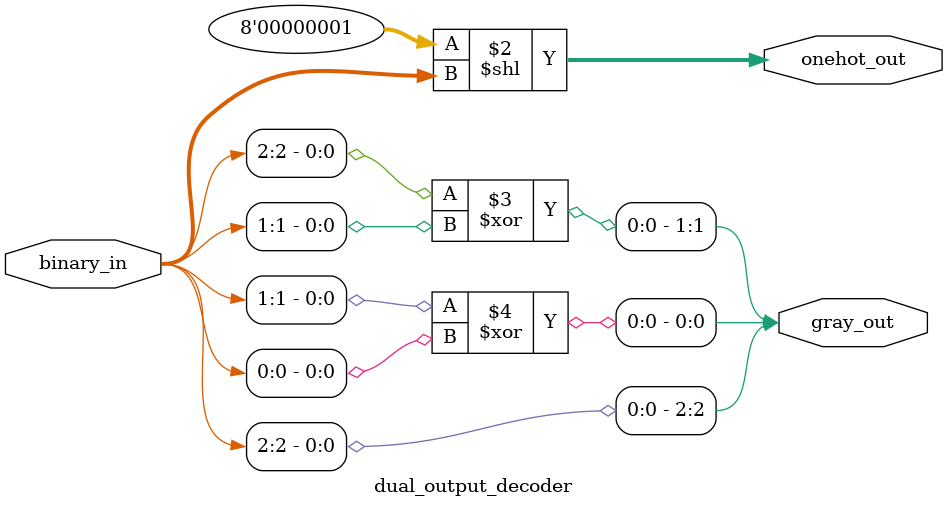
<source format=sv>
module dual_output_decoder(
    input [2:0] binary_in,
    output reg [7:0] onehot_out,
    output reg [2:0] gray_out
);
    always @(*) begin
        onehot_out = (8'b1 << binary_in);
        
        // Convert to Gray code
        gray_out[2] = binary_in[2];
        gray_out[1] = binary_in[2] ^ binary_in[1];
        gray_out[0] = binary_in[1] ^ binary_in[0];
    end
endmodule
</source>
